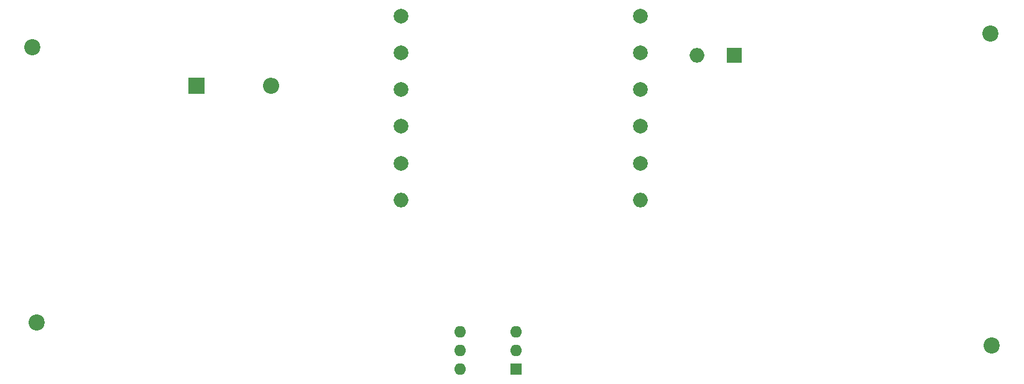
<source format=gbr>
%TF.GenerationSoftware,KiCad,Pcbnew,(6.0.10)*%
%TF.CreationDate,2023-06-11T20:59:40+03:00*%
%TF.ProjectId,flyback,666c7962-6163-46b2-9e6b-696361645f70,rev?*%
%TF.SameCoordinates,Original*%
%TF.FileFunction,Soldermask,Bot*%
%TF.FilePolarity,Negative*%
%FSLAX46Y46*%
G04 Gerber Fmt 4.6, Leading zero omitted, Abs format (unit mm)*
G04 Created by KiCad (PCBNEW (6.0.10)) date 2023-06-11 20:59:40*
%MOMM*%
%LPD*%
G01*
G04 APERTURE LIST*
%ADD10C,2.200000*%
%ADD11R,1.600000X1.600000*%
%ADD12O,1.600000X1.600000*%
%ADD13R,2.200000X2.200000*%
%ADD14O,2.200000X2.200000*%
%ADD15O,2.000000X2.000000*%
%ADD16C,2.000000*%
%ADD17R,2.000000X2.000000*%
G04 APERTURE END LIST*
D10*
%TO.C,H2*%
X105435400Y-75412600D03*
%TD*%
%TO.C,H3*%
X235864400Y-73558400D03*
%TD*%
%TO.C,H4*%
X236016800Y-116052600D03*
%TD*%
D11*
%TO.C,U2*%
X171313000Y-119238000D03*
D12*
X171313000Y-116698000D03*
X171313000Y-114158000D03*
X163693000Y-114158000D03*
X163693000Y-116698000D03*
X163693000Y-119238000D03*
%TD*%
D13*
%TO.C,D1*%
X127733000Y-80626000D03*
D14*
X137893000Y-80626000D03*
%TD*%
D10*
%TO.C,H1*%
X106019600Y-112928400D03*
%TD*%
D15*
%TO.C,T1*%
X155629800Y-96186000D03*
D16*
X155629800Y-91186000D03*
X155629800Y-86186000D03*
X155629800Y-81186000D03*
X155629800Y-76186000D03*
X155629800Y-71186000D03*
X188229800Y-71186000D03*
X188229800Y-76186000D03*
X188229800Y-81186000D03*
X188229800Y-86186000D03*
X188229800Y-91186000D03*
D15*
X188229800Y-96186000D03*
%TD*%
D17*
%TO.C,D2*%
X201041000Y-76510000D03*
D15*
X195961000Y-76510000D03*
%TD*%
M02*

</source>
